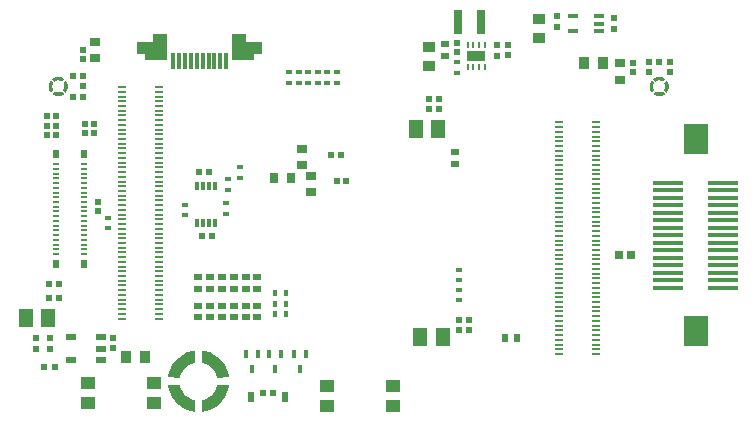
<source format=gbp>
G04*
G04 #@! TF.GenerationSoftware,Altium Limited,Altium Designer,23.8.1 (32)*
G04*
G04 Layer_Color=128*
%FSLAX44Y44*%
%MOMM*%
G71*
G04*
G04 #@! TF.SameCoordinates,734B7F2F-E986-4DD8-8F6E-206143954E38*
G04*
G04*
G04 #@! TF.FilePolarity,Positive*
G04*
G01*
G75*
%ADD18R,0.5500X0.4500*%
%ADD20R,0.5200X0.5200*%
%ADD21R,0.5200X0.5200*%
%ADD29R,0.4500X0.5500*%
%ADD32R,0.8000X2.0000*%
%ADD33R,0.2800X0.5000*%
%ADD34R,1.6000X0.9000*%
%ADD35R,0.9000X0.7000*%
%ADD36R,0.9000X1.0000*%
%ADD37R,0.7000X0.9000*%
%ADD38R,1.3000X1.5000*%
%ADD43R,1.2000X1.0000*%
%ADD49R,1.0000X0.9000*%
%ADD52R,0.6500X0.5500*%
%ADD135R,0.6000X0.5500*%
%ADD136R,0.6000X0.9000*%
%ADD139R,0.6000X0.5220*%
%ADD144R,0.5220X0.6000*%
%ADD145R,0.6200X0.6200*%
G04:AMPARAMS|DCode=146|XSize=0.55mm|YSize=0.5mm|CornerRadius=0.0625mm|HoleSize=0mm|Usage=FLASHONLY|Rotation=270.000|XOffset=0mm|YOffset=0mm|HoleType=Round|Shape=RoundedRectangle|*
%AMROUNDEDRECTD146*
21,1,0.5500,0.3750,0,0,270.0*
21,1,0.4250,0.5000,0,0,270.0*
1,1,0.1250,-0.1875,-0.2125*
1,1,0.1250,-0.1875,0.2125*
1,1,0.1250,0.1875,0.2125*
1,1,0.1250,0.1875,-0.2125*
%
%ADD146ROUNDEDRECTD146*%
G04:AMPARAMS|DCode=147|XSize=0.55mm|YSize=0.8mm|CornerRadius=0.0495mm|HoleSize=0mm|Usage=FLASHONLY|Rotation=90.000|XOffset=0mm|YOffset=0mm|HoleType=Round|Shape=RoundedRectangle|*
%AMROUNDEDRECTD147*
21,1,0.5500,0.7010,0,0,90.0*
21,1,0.4510,0.8000,0,0,90.0*
1,1,0.0990,0.3505,0.2255*
1,1,0.0990,0.3505,-0.2255*
1,1,0.0990,-0.3505,-0.2255*
1,1,0.0990,-0.3505,0.2255*
%
%ADD147ROUNDEDRECTD147*%
%ADD148R,0.3000X0.7100*%
%ADD149R,0.3000X0.8000*%
%ADD150R,0.7000X0.1800*%
%ADD151R,0.3050X1.4050*%
%ADD152R,1.0000X1.0000*%
%ADD153R,0.5500X0.2200*%
%ADD154R,0.5500X0.7500*%
%ADD155R,2.0000X2.5000*%
%ADD156R,2.5000X0.3500*%
%ADD158R,0.5500X0.6500*%
%ADD162R,0.6500X0.6500*%
%ADD163R,0.6200X0.6200*%
%ADD165R,1.2500X2.3000*%
%ADD166R,2.6500X1.1000*%
%ADD167R,1.9500X1.6000*%
%ADD192R,0.8500X0.3500*%
G36*
X30375Y279117D02*
X30749Y279090D01*
X31121Y279047D01*
X31491Y278986D01*
X31858Y278908D01*
X32221Y278813D01*
X32579Y278701D01*
X32931Y278573D01*
X33277Y278429D01*
X33616Y278268D01*
X33948Y278092D01*
X34270Y277901D01*
X34583Y277695D01*
X34887Y277474D01*
X35180Y277240D01*
X33058Y275119D01*
X32843Y275270D01*
X32658Y275387D01*
X32469Y275496D01*
X32275Y275597D01*
X32078Y275689D01*
X31876Y275773D01*
X31671Y275848D01*
X31463Y275915D01*
X31253Y275972D01*
X31040Y276021D01*
X30825Y276061D01*
X30609Y276091D01*
X30391Y276112D01*
X30173Y276124D01*
X29955Y276127D01*
X29737Y276121D01*
X29519Y276105D01*
X29302Y276080D01*
X29087Y276045D01*
X28873Y276002D01*
X28661Y275950D01*
X28451Y275889D01*
X28244Y275818D01*
X28041Y275739D01*
X27841Y275652D01*
X27645Y275556D01*
X27453Y275452D01*
X27265Y275340D01*
X27083Y275220D01*
X26942Y275119D01*
X24820Y277240D01*
X25113Y277474D01*
X25417Y277695D01*
X25730Y277901D01*
X26053Y278092D01*
X26384Y278268D01*
X26723Y278429D01*
X27069Y278573D01*
X27421Y278701D01*
X27779Y278813D01*
X28142Y278908D01*
X28509Y278986D01*
X28879Y279047D01*
X29251Y279090D01*
X29625Y279117D01*
X30000Y279125D01*
X30375Y279117D01*
D02*
G37*
G36*
X35180Y264760D02*
X34887Y264526D01*
X34583Y264305D01*
X34270Y264099D01*
X33948Y263908D01*
X33616Y263732D01*
X33277Y263571D01*
X32931Y263427D01*
X32579Y263298D01*
X32221Y263187D01*
X31858Y263092D01*
X31491Y263014D01*
X31121Y262953D01*
X30749Y262910D01*
X30375Y262883D01*
X30000Y262875D01*
X29625Y262883D01*
X29251Y262910D01*
X28879Y262953D01*
X28509Y263014D01*
X28142Y263092D01*
X27779Y263187D01*
X27421Y263298D01*
X27069Y263427D01*
X26723Y263571D01*
X26384Y263732D01*
X26053Y263908D01*
X25730Y264099D01*
X25417Y264305D01*
X25113Y264526D01*
X24820Y264760D01*
X26942Y266881D01*
X27155Y266732D01*
X27337Y266616D01*
X27523Y266509D01*
X27714Y266409D01*
X27909Y266317D01*
X28107Y266234D01*
X28309Y266159D01*
X28514Y266092D01*
X28721Y266034D01*
X28931Y265985D01*
X29143Y265945D01*
X29356Y265913D01*
X29570Y265891D01*
X29785Y265877D01*
X30000Y265873D01*
X30215Y265877D01*
X30430Y265891D01*
X30644Y265913D01*
X30858Y265945D01*
X31069Y265985D01*
X31279Y266034D01*
X31486Y266092D01*
X31691Y266159D01*
X31893Y266234D01*
X32091Y266317D01*
X32286Y266409D01*
X32477Y266509D01*
X32663Y266616D01*
X32845Y266732D01*
X33058Y266881D01*
X35180Y264760D01*
D02*
G37*
G36*
X36474Y275887D02*
X36695Y275583D01*
X36901Y275270D01*
X37092Y274947D01*
X37268Y274616D01*
X37429Y274277D01*
X37573Y273931D01*
X37701Y273579D01*
X37813Y273221D01*
X37908Y272858D01*
X37986Y272491D01*
X38047Y272121D01*
X38091Y271749D01*
X38117Y271375D01*
X38125Y271000D01*
X38117Y270625D01*
X38091Y270251D01*
X38047Y269879D01*
X37986Y269508D01*
X37908Y269142D01*
X37813Y268779D01*
X37701Y268421D01*
X37573Y268069D01*
X37429Y267723D01*
X37268Y267384D01*
X37092Y267052D01*
X36901Y266730D01*
X36695Y266417D01*
X36474Y266113D01*
X36240Y265820D01*
X34119Y267942D01*
X34220Y268083D01*
X34340Y268265D01*
X34452Y268453D01*
X34556Y268645D01*
X34652Y268841D01*
X34739Y269041D01*
X34818Y269244D01*
X34889Y269451D01*
X34950Y269661D01*
X35002Y269873D01*
X35045Y270087D01*
X35080Y270302D01*
X35105Y270519D01*
X35121Y270737D01*
X35127Y270955D01*
X35124Y271173D01*
X35112Y271392D01*
X35091Y271609D01*
X35061Y271825D01*
X35021Y272040D01*
X34972Y272253D01*
X34915Y272463D01*
X34848Y272671D01*
X34773Y272876D01*
X34689Y273078D01*
X34597Y273275D01*
X34496Y273469D01*
X34387Y273658D01*
X34270Y273843D01*
X34119Y274058D01*
X36240Y276180D01*
X36474Y275887D01*
D02*
G37*
G36*
X25881Y274058D02*
X25730Y273843D01*
X25613Y273658D01*
X25504Y273469D01*
X25404Y273275D01*
X25311Y273078D01*
X25227Y272876D01*
X25152Y272671D01*
X25085Y272463D01*
X25028Y272253D01*
X24979Y272040D01*
X24939Y271825D01*
X24909Y271609D01*
X24888Y271392D01*
X24876Y271173D01*
X24873Y270955D01*
X24879Y270737D01*
X24895Y270519D01*
X24920Y270302D01*
X24955Y270087D01*
X24998Y269873D01*
X25050Y269661D01*
X25111Y269451D01*
X25182Y269244D01*
X25261Y269041D01*
X25348Y268841D01*
X25444Y268645D01*
X25548Y268453D01*
X25660Y268265D01*
X25780Y268083D01*
X25881Y267942D01*
X23760Y265820D01*
X23526Y266113D01*
X23305Y266417D01*
X23099Y266730D01*
X22908Y267052D01*
X22732Y267384D01*
X22571Y267723D01*
X22427Y268069D01*
X22299Y268421D01*
X22187Y268779D01*
X22092Y269142D01*
X22014Y269508D01*
X21953Y269879D01*
X21909Y270251D01*
X21883Y270625D01*
X21875Y271000D01*
X21883Y271375D01*
X21909Y271749D01*
X21953Y272121D01*
X22014Y272491D01*
X22092Y272858D01*
X22187Y273221D01*
X22299Y273579D01*
X22427Y273931D01*
X22571Y274277D01*
X22732Y274616D01*
X22908Y274947D01*
X23099Y275270D01*
X23305Y275583D01*
X23526Y275887D01*
X23760Y276180D01*
X25881Y274058D01*
D02*
G37*
G36*
X146102Y37157D02*
X144908Y36899D01*
X142596Y36114D01*
X140431Y34987D01*
X138462Y33544D01*
X136736Y31818D01*
X135293Y29849D01*
X134166Y27684D01*
X133381Y25372D01*
X133123Y24178D01*
X123074Y24569D01*
X123337Y26713D01*
X124564Y30856D01*
X126458Y34739D01*
X128968Y38257D01*
X132023Y41312D01*
X135541Y43822D01*
X139424Y45716D01*
X143567Y46943D01*
X145711Y47206D01*
X145711Y47206D01*
X146102Y37157D01*
D02*
G37*
G36*
X133123Y24178D02*
X133123D01*
D01*
X133123D01*
D02*
G37*
G36*
X133381Y17428D02*
X134166Y15116D01*
X135293Y12951D01*
X136736Y10982D01*
X138462Y9256D01*
X140431Y7813D01*
X142596Y6686D01*
X144908Y5901D01*
X146102Y5643D01*
X146102Y5643D01*
X145711Y-4406D01*
X143567Y-4143D01*
X139424Y-2916D01*
X135541Y-1022D01*
X132023Y1488D01*
X128968Y4543D01*
X126458Y8061D01*
X124564Y11944D01*
X123337Y16087D01*
X123074Y18231D01*
X123074Y18231D01*
X133123Y18622D01*
X133381Y17428D01*
D02*
G37*
G36*
X539175Y279117D02*
X539549Y279090D01*
X539921Y279047D01*
X540291Y278986D01*
X540658Y278908D01*
X541021Y278813D01*
X541379Y278701D01*
X541731Y278573D01*
X542077Y278429D01*
X542416Y278268D01*
X542747Y278092D01*
X543070Y277901D01*
X543383Y277695D01*
X543687Y277474D01*
X543979Y277240D01*
X541858Y275119D01*
X541717Y275220D01*
X541535Y275340D01*
X541347Y275452D01*
X541155Y275556D01*
X540959Y275652D01*
X540759Y275739D01*
X540556Y275818D01*
X540349Y275889D01*
X540139Y275950D01*
X539927Y276002D01*
X539713Y276045D01*
X539498Y276080D01*
X539281Y276105D01*
X539063Y276121D01*
X538845Y276127D01*
X538627Y276124D01*
X538409Y276112D01*
X538191Y276091D01*
X537975Y276061D01*
X537760Y276021D01*
X537547Y275972D01*
X537337Y275915D01*
X537129Y275848D01*
X536924Y275773D01*
X536722Y275689D01*
X536525Y275597D01*
X536331Y275496D01*
X536142Y275387D01*
X535957Y275270D01*
X535742Y275119D01*
X533620Y277240D01*
X533913Y277474D01*
X534217Y277695D01*
X534530Y277901D01*
X534852Y278092D01*
X535184Y278268D01*
X535523Y278429D01*
X535869Y278573D01*
X536221Y278701D01*
X536579Y278813D01*
X536942Y278908D01*
X537309Y278986D01*
X537679Y279047D01*
X538051Y279090D01*
X538425Y279117D01*
X538800Y279125D01*
X539175Y279117D01*
D02*
G37*
G36*
X543979Y264760D02*
X543687Y264526D01*
X543383Y264305D01*
X543070Y264099D01*
X542747Y263908D01*
X542416Y263732D01*
X542077Y263571D01*
X541731Y263427D01*
X541379Y263298D01*
X541021Y263187D01*
X540658Y263092D01*
X540291Y263014D01*
X539921Y262953D01*
X539549Y262910D01*
X539175Y262883D01*
X538800Y262875D01*
X538425Y262883D01*
X538051Y262910D01*
X537679Y262953D01*
X537309Y263014D01*
X536942Y263092D01*
X536579Y263187D01*
X536221Y263298D01*
X535869Y263427D01*
X535523Y263571D01*
X535184Y263732D01*
X534852Y263908D01*
X534530Y264099D01*
X534217Y264305D01*
X533913Y264526D01*
X533620Y264760D01*
X535742Y266881D01*
X535957Y266730D01*
X536142Y266613D01*
X536331Y266504D01*
X536525Y266404D01*
X536722Y266311D01*
X536924Y266227D01*
X537129Y266152D01*
X537337Y266085D01*
X537547Y266028D01*
X537760Y265979D01*
X537975Y265939D01*
X538191Y265909D01*
X538409Y265888D01*
X538627Y265876D01*
X538845Y265873D01*
X539063Y265879D01*
X539281Y265895D01*
X539498Y265920D01*
X539713Y265954D01*
X539927Y265998D01*
X540139Y266050D01*
X540349Y266112D01*
X540556Y266182D01*
X540759Y266261D01*
X540959Y266348D01*
X541155Y266444D01*
X541347Y266548D01*
X541535Y266660D01*
X541717Y266780D01*
X541858Y266881D01*
X543979Y264760D01*
D02*
G37*
G36*
X545275Y275887D02*
X545495Y275583D01*
X545701Y275270D01*
X545892Y274947D01*
X546068Y274616D01*
X546229Y274277D01*
X546373Y273931D01*
X546502Y273579D01*
X546613Y273221D01*
X546708Y272858D01*
X546786Y272491D01*
X546847Y272122D01*
X546890Y271749D01*
X546917Y271375D01*
X546925Y271000D01*
X546917Y270625D01*
X546890Y270251D01*
X546847Y269879D01*
X546786Y269509D01*
X546708Y269142D01*
X546613Y268779D01*
X546502Y268421D01*
X546373Y268069D01*
X546229Y267723D01*
X546068Y267384D01*
X545892Y267052D01*
X545701Y266730D01*
X545495Y266417D01*
X545275Y266113D01*
X545040Y265821D01*
X542919Y267942D01*
X543068Y268155D01*
X543184Y268337D01*
X543291Y268523D01*
X543391Y268714D01*
X543483Y268909D01*
X543566Y269107D01*
X543641Y269309D01*
X543708Y269514D01*
X543766Y269721D01*
X543815Y269931D01*
X543855Y270143D01*
X543887Y270356D01*
X543909Y270570D01*
X543923Y270785D01*
X543927Y271000D01*
X543923Y271215D01*
X543909Y271430D01*
X543887Y271644D01*
X543855Y271857D01*
X543815Y272069D01*
X543766Y272279D01*
X543708Y272486D01*
X543641Y272691D01*
X543566Y272893D01*
X543483Y273091D01*
X543391Y273286D01*
X543291Y273477D01*
X543184Y273663D01*
X543068Y273845D01*
X542919Y274058D01*
X545040Y276180D01*
X545275Y275887D01*
D02*
G37*
G36*
X534681Y274058D02*
X534530Y273843D01*
X534413Y273658D01*
X534304Y273469D01*
X534203Y273275D01*
X534111Y273078D01*
X534027Y272876D01*
X533952Y272671D01*
X533885Y272463D01*
X533828Y272253D01*
X533779Y272040D01*
X533739Y271825D01*
X533709Y271609D01*
X533688Y271392D01*
X533676Y271173D01*
X533673Y270955D01*
X533679Y270737D01*
X533695Y270519D01*
X533720Y270302D01*
X533755Y270087D01*
X533798Y269873D01*
X533850Y269661D01*
X533912Y269451D01*
X533982Y269244D01*
X534061Y269041D01*
X534148Y268841D01*
X534244Y268645D01*
X534348Y268453D01*
X534460Y268265D01*
X534580Y268083D01*
X534681Y267942D01*
X532560Y265821D01*
X532326Y266113D01*
X532105Y266417D01*
X531899Y266730D01*
X531708Y267052D01*
X531532Y267384D01*
X531371Y267723D01*
X531227Y268069D01*
X531099Y268421D01*
X530987Y268779D01*
X530892Y269142D01*
X530814Y269509D01*
X530753Y269879D01*
X530709Y270251D01*
X530683Y270625D01*
X530675Y271000D01*
X530683Y271375D01*
X530709Y271749D01*
X530753Y272122D01*
X530814Y272491D01*
X530892Y272858D01*
X530987Y273221D01*
X531099Y273579D01*
X531227Y273931D01*
X531371Y274277D01*
X531532Y274616D01*
X531708Y274947D01*
X531899Y275270D01*
X532105Y275583D01*
X532326Y275887D01*
X532560Y276180D01*
X534681Y274058D01*
D02*
G37*
G36*
X154193Y46943D02*
X158336Y45716D01*
X162219Y43822D01*
X165737Y41312D01*
X168792Y38257D01*
X171301Y34739D01*
X173196Y30856D01*
X174423Y26713D01*
X174686Y24569D01*
X174686D01*
X174686Y24569D01*
Y24569D01*
X164637Y24178D01*
X164379Y25372D01*
X163594Y27684D01*
X162467Y29849D01*
X161024Y31818D01*
X159298Y33544D01*
X157329Y34987D01*
X155164Y36114D01*
X152852Y36899D01*
X151658Y37157D01*
Y37157D01*
X152049Y47206D01*
X154193Y46943D01*
D02*
G37*
G36*
X174686Y18231D02*
X174423Y16087D01*
X173196Y11944D01*
X171301Y8061D01*
X168792Y4543D01*
X165737Y1488D01*
X162219Y-1022D01*
X158336Y-2916D01*
X154193Y-4143D01*
X152049Y-4406D01*
X152049Y-4406D01*
X151658Y5643D01*
X152852Y5901D01*
X155164Y6686D01*
X157329Y7813D01*
X159298Y9256D01*
X161024Y10982D01*
X162467Y12951D01*
X163594Y15116D01*
X164379Y17428D01*
X164637Y18622D01*
X164637Y18622D01*
X174686Y18231D01*
D02*
G37*
D18*
X369062Y89988D02*
D03*
X369062Y98988D02*
D03*
X369062Y115752D02*
D03*
Y106752D02*
D03*
X265669Y273884D02*
D03*
Y282884D02*
D03*
X257810Y282884D02*
D03*
Y273884D02*
D03*
X249682Y282884D02*
D03*
Y273884D02*
D03*
X241554D02*
D03*
Y282884D02*
D03*
X233426Y273884D02*
D03*
Y282884D02*
D03*
X225552Y282884D02*
D03*
Y273884D02*
D03*
X71882Y159948D02*
D03*
Y150948D02*
D03*
X171958Y172140D02*
D03*
X171958Y163140D02*
D03*
X137000Y161958D02*
D03*
Y170958D02*
D03*
X173990Y192714D02*
D03*
Y183714D02*
D03*
X183598Y202500D02*
D03*
X183598Y193500D02*
D03*
X367851Y282602D02*
D03*
Y291602D02*
D03*
D20*
X76200Y49848D02*
D03*
Y57848D02*
D03*
X64008Y173132D02*
D03*
Y165132D02*
D03*
X367851Y299852D02*
D03*
X367851Y307852D02*
D03*
X411101Y297852D02*
D03*
X411101Y305852D02*
D03*
X369324Y65000D02*
D03*
Y73000D02*
D03*
X378000Y73000D02*
D03*
Y65000D02*
D03*
X50740Y301910D02*
D03*
Y293910D02*
D03*
X517000Y283000D02*
D03*
Y291000D02*
D03*
D21*
X261323Y213337D02*
D03*
X269323D02*
D03*
X266002Y191008D02*
D03*
X274002D02*
D03*
X157600Y198458D02*
D03*
X149600D02*
D03*
X152000Y144000D02*
D03*
X160000D02*
D03*
X20446Y237732D02*
D03*
X28446Y237732D02*
D03*
X343980Y260604D02*
D03*
X351980D02*
D03*
Y251460D02*
D03*
X343980D02*
D03*
X20446Y229602D02*
D03*
X28446Y229602D02*
D03*
X60622Y231314D02*
D03*
X52622D02*
D03*
X28446Y245872D02*
D03*
X20446D02*
D03*
X52622Y239188D02*
D03*
X60622Y239188D02*
D03*
D29*
X213835Y87030D02*
D03*
X222835D02*
D03*
X213835Y78102D02*
D03*
X222835D02*
D03*
X213846Y96478D02*
D03*
X222846Y96478D02*
D03*
D32*
X388102Y325852D02*
D03*
X368102D02*
D03*
D33*
X391538Y287102D02*
D03*
X386538D02*
D03*
X381538D02*
D03*
X376538D02*
D03*
X391538Y306102D02*
D03*
X386538D02*
D03*
X381538Y306102D02*
D03*
X376538D02*
D03*
D34*
X384038Y296602D02*
D03*
D35*
X243840Y195468D02*
D03*
Y181468D02*
D03*
X236227Y204182D02*
D03*
X236227Y218182D02*
D03*
X60706Y294910D02*
D03*
Y308910D02*
D03*
X506000Y290520D02*
D03*
Y276520D02*
D03*
D36*
X87504Y41656D02*
D03*
X103504Y41656D02*
D03*
X475000Y290406D02*
D03*
X491000D02*
D03*
D37*
X226882Y193500D02*
D03*
X212882Y193500D02*
D03*
D38*
X336500Y59000D02*
D03*
X355500D02*
D03*
X351500Y235000D02*
D03*
X332500D02*
D03*
X2438Y74676D02*
D03*
X21438D02*
D03*
D43*
X257496Y17390D02*
D03*
Y390D02*
D03*
X313496Y17390D02*
D03*
Y390D02*
D03*
X54804Y19930D02*
D03*
Y2930D02*
D03*
X110804Y19930D02*
D03*
Y2930D02*
D03*
D49*
X343662Y288182D02*
D03*
Y304182D02*
D03*
X437293Y311836D02*
D03*
Y327836D02*
D03*
D52*
X168562Y109900D02*
D03*
X168562Y99900D02*
D03*
X178562Y99900D02*
D03*
Y109900D02*
D03*
X148562Y75478D02*
D03*
X148562Y85478D02*
D03*
X168562Y75478D02*
D03*
X168562Y85478D02*
D03*
X178562Y75478D02*
D03*
Y85478D02*
D03*
X188562Y99900D02*
D03*
Y109900D02*
D03*
X198562Y99900D02*
D03*
Y109900D02*
D03*
X188562Y75478D02*
D03*
Y85478D02*
D03*
X198562Y75478D02*
D03*
Y85478D02*
D03*
X148562Y99900D02*
D03*
Y109900D02*
D03*
X158562Y75478D02*
D03*
X158562Y85478D02*
D03*
Y109900D02*
D03*
Y99900D02*
D03*
X357312Y306852D02*
D03*
Y296852D02*
D03*
X366268Y215312D02*
D03*
Y205312D02*
D03*
D135*
X203122Y11298D02*
D03*
X212122D02*
D03*
D136*
X193622Y8048D02*
D03*
X221622D02*
D03*
D139*
X529800Y283520D02*
D03*
Y291740D02*
D03*
X547800Y283520D02*
D03*
X538800Y291740D02*
D03*
X547800D02*
D03*
D144*
X42520Y280000D02*
D03*
X50740D02*
D03*
X42520Y262000D02*
D03*
X50740Y271000D02*
D03*
Y262000D02*
D03*
D145*
X10802Y58094D02*
D03*
Y49094D02*
D03*
X22860Y58094D02*
D03*
Y49094D02*
D03*
X401101Y297102D02*
D03*
Y306102D02*
D03*
X500922Y319556D02*
D03*
X500922Y328557D02*
D03*
X451922Y330556D02*
D03*
X451922Y321557D02*
D03*
D146*
X27360Y33020D02*
D03*
X18360D02*
D03*
D147*
X40590Y58522D02*
D03*
Y39522D02*
D03*
X66090D02*
D03*
Y49022D02*
D03*
Y58522D02*
D03*
D148*
X188746Y44318D02*
D03*
X198746D02*
D03*
X193746Y32118D02*
D03*
X229990Y44318D02*
D03*
X239990D02*
D03*
X234990Y32118D02*
D03*
X208746Y44318D02*
D03*
X218746D02*
D03*
X213746Y32118D02*
D03*
D149*
X147500Y186500D02*
D03*
X152500D02*
D03*
X157500D02*
D03*
X162500D02*
D03*
X147500Y155500D02*
D03*
X152500D02*
D03*
X157500D02*
D03*
X162500D02*
D03*
D150*
X115132Y74458D02*
D03*
X84332D02*
D03*
X115132Y78458D02*
D03*
X84332D02*
D03*
X115132Y82458D02*
D03*
X84332D02*
D03*
X115132Y86458D02*
D03*
X84332D02*
D03*
X115132Y90458D02*
D03*
X84332D02*
D03*
X115132Y94458D02*
D03*
X84332D02*
D03*
X115132Y98458D02*
D03*
X84332D02*
D03*
X115132Y102458D02*
D03*
X84332D02*
D03*
X115132Y106458D02*
D03*
X84332D02*
D03*
X115132Y110458D02*
D03*
X84332D02*
D03*
X115132Y114458D02*
D03*
X84332D02*
D03*
X115132Y118458D02*
D03*
X84332D02*
D03*
Y122458D02*
D03*
X115132D02*
D03*
Y126458D02*
D03*
X84332D02*
D03*
X115132Y130458D02*
D03*
X84332D02*
D03*
X115132Y134458D02*
D03*
X84332D02*
D03*
X115132Y138458D02*
D03*
X84332D02*
D03*
Y142458D02*
D03*
X115132D02*
D03*
Y146458D02*
D03*
X84332D02*
D03*
Y150458D02*
D03*
X115132D02*
D03*
X84332Y154458D02*
D03*
X115132D02*
D03*
X84332Y158458D02*
D03*
X115132D02*
D03*
X84332Y162458D02*
D03*
X115132D02*
D03*
X84332Y166458D02*
D03*
X115132D02*
D03*
Y170458D02*
D03*
X84332D02*
D03*
Y174458D02*
D03*
X115132D02*
D03*
X84332Y178458D02*
D03*
X115132D02*
D03*
X84332Y182458D02*
D03*
X115132D02*
D03*
X84332Y186458D02*
D03*
X115132D02*
D03*
Y190458D02*
D03*
X84332D02*
D03*
Y194458D02*
D03*
X115132D02*
D03*
Y198458D02*
D03*
X84332D02*
D03*
X115132Y202458D02*
D03*
X84332D02*
D03*
X115132Y206458D02*
D03*
X84332D02*
D03*
Y210458D02*
D03*
X115132D02*
D03*
Y214458D02*
D03*
X84332D02*
D03*
X115132Y218458D02*
D03*
X84332D02*
D03*
Y222458D02*
D03*
X115132D02*
D03*
Y226458D02*
D03*
X84332D02*
D03*
X115132Y230458D02*
D03*
X84332D02*
D03*
Y234458D02*
D03*
X115132D02*
D03*
Y238458D02*
D03*
X84332D02*
D03*
X115132Y242458D02*
D03*
X84332D02*
D03*
X115132Y246458D02*
D03*
X84332D02*
D03*
X115132Y250458D02*
D03*
X84332D02*
D03*
X115132Y254458D02*
D03*
X84332D02*
D03*
X115132Y258458D02*
D03*
X84332D02*
D03*
Y262458D02*
D03*
X115132D02*
D03*
Y266458D02*
D03*
X84332D02*
D03*
X115132Y270458D02*
D03*
X84332D02*
D03*
X454281Y240475D02*
D03*
X485081Y240475D02*
D03*
X454281Y236475D02*
D03*
X485081Y236475D02*
D03*
Y232475D02*
D03*
X454281Y232475D02*
D03*
Y228475D02*
D03*
X485081D02*
D03*
X454281Y224475D02*
D03*
X485081Y224475D02*
D03*
X454281Y220475D02*
D03*
X485081Y220475D02*
D03*
X454281Y216475D02*
D03*
X485081D02*
D03*
X454281Y212475D02*
D03*
X485081Y212475D02*
D03*
X454281Y208475D02*
D03*
X485081Y208475D02*
D03*
Y204475D02*
D03*
X454281D02*
D03*
Y200475D02*
D03*
X485081Y200475D02*
D03*
X454281Y196475D02*
D03*
X485081Y196475D02*
D03*
Y192475D02*
D03*
X454281Y192475D02*
D03*
Y188475D02*
D03*
X485081Y188475D02*
D03*
X454281Y184475D02*
D03*
X485081Y184475D02*
D03*
Y180475D02*
D03*
X454281Y180475D02*
D03*
X454281Y176475D02*
D03*
X485081Y176475D02*
D03*
X454281Y172475D02*
D03*
X485081D02*
D03*
X454281Y168475D02*
D03*
X485081D02*
D03*
Y164475D02*
D03*
X454281D02*
D03*
Y160475D02*
D03*
X485081D02*
D03*
X485081Y156475D02*
D03*
X454281Y156475D02*
D03*
X485081Y152475D02*
D03*
X454281D02*
D03*
X485081Y148475D02*
D03*
X454281Y148475D02*
D03*
X485081Y144475D02*
D03*
X454281Y144475D02*
D03*
Y140475D02*
D03*
X485081Y140475D02*
D03*
X485081Y136475D02*
D03*
X454281D02*
D03*
X485081Y132475D02*
D03*
X454281D02*
D03*
X485081Y128475D02*
D03*
X454281Y128475D02*
D03*
X485081Y124475D02*
D03*
X454281D02*
D03*
X485081Y120475D02*
D03*
X454281Y120475D02*
D03*
X454281Y116475D02*
D03*
X485081D02*
D03*
Y112475D02*
D03*
X454281D02*
D03*
Y108475D02*
D03*
X485081D02*
D03*
X454281Y104475D02*
D03*
X485081Y104475D02*
D03*
X454281Y100475D02*
D03*
X485081Y100475D02*
D03*
X454281Y96475D02*
D03*
X485081Y96475D02*
D03*
Y92475D02*
D03*
X454281Y92475D02*
D03*
Y88475D02*
D03*
X485081Y88475D02*
D03*
X454281Y84475D02*
D03*
X485081Y84475D02*
D03*
X454281Y80475D02*
D03*
X485081D02*
D03*
X454281Y76475D02*
D03*
X485081D02*
D03*
X454281Y72475D02*
D03*
X485081D02*
D03*
X454281Y68475D02*
D03*
X485081D02*
D03*
X454281Y64475D02*
D03*
X485081D02*
D03*
X454281Y60475D02*
D03*
X485081Y60475D02*
D03*
X454281Y56475D02*
D03*
X485081D02*
D03*
X454281Y52475D02*
D03*
X485081Y52475D02*
D03*
X454281Y48475D02*
D03*
X485081Y48475D02*
D03*
X454281Y44475D02*
D03*
X485081Y44475D02*
D03*
D151*
X127254Y292100D02*
D03*
D03*
X132254D02*
D03*
X137254D02*
D03*
X142254D02*
D03*
X147254D02*
D03*
X152254D02*
D03*
X157254D02*
D03*
X162254D02*
D03*
X167254D02*
D03*
X172254D02*
D03*
D152*
X112764Y301910D02*
D03*
X186914Y301990D02*
D03*
D153*
X27880Y129132D02*
D03*
Y133132D02*
D03*
Y137132D02*
D03*
Y141132D02*
D03*
Y145132D02*
D03*
Y149132D02*
D03*
Y153132D02*
D03*
Y157132D02*
D03*
Y161132D02*
D03*
Y165132D02*
D03*
Y205132D02*
D03*
Y201132D02*
D03*
Y197132D02*
D03*
Y193132D02*
D03*
Y189132D02*
D03*
Y185132D02*
D03*
Y181132D02*
D03*
Y177132D02*
D03*
Y173132D02*
D03*
Y169132D02*
D03*
X51880Y205132D02*
D03*
Y201132D02*
D03*
Y197132D02*
D03*
Y193132D02*
D03*
Y189132D02*
D03*
Y185132D02*
D03*
Y181132D02*
D03*
Y177132D02*
D03*
Y173132D02*
D03*
Y169132D02*
D03*
Y129132D02*
D03*
Y133132D02*
D03*
Y137132D02*
D03*
Y141132D02*
D03*
Y145132D02*
D03*
Y149132D02*
D03*
Y153132D02*
D03*
Y157132D02*
D03*
Y161132D02*
D03*
Y165132D02*
D03*
D154*
X27940Y120904D02*
D03*
X27942Y213360D02*
D03*
X51818D02*
D03*
X51820Y120904D02*
D03*
D155*
X569590Y226534D02*
D03*
Y63534D02*
D03*
D156*
X593090Y189484D02*
D03*
Y183134D02*
D03*
Y176784D02*
D03*
Y170434D02*
D03*
Y164084D02*
D03*
Y157734D02*
D03*
Y151384D02*
D03*
Y145034D02*
D03*
Y138684D02*
D03*
Y132334D02*
D03*
Y125984D02*
D03*
Y119634D02*
D03*
Y113284D02*
D03*
Y106934D02*
D03*
Y100584D02*
D03*
X546090Y189484D02*
D03*
Y183134D02*
D03*
Y176784D02*
D03*
Y170434D02*
D03*
Y164084D02*
D03*
Y157734D02*
D03*
Y151384D02*
D03*
Y145034D02*
D03*
Y138684D02*
D03*
Y132334D02*
D03*
Y125984D02*
D03*
Y119634D02*
D03*
Y113284D02*
D03*
Y106934D02*
D03*
Y100584D02*
D03*
D158*
X418258Y57912D02*
D03*
X408258D02*
D03*
D162*
X504524Y128016D02*
D03*
X514524D02*
D03*
D163*
X21916Y91440D02*
D03*
X30916D02*
D03*
X30924Y103923D02*
D03*
X21924D02*
D03*
D165*
X116526Y304599D02*
D03*
X183005Y304610D02*
D03*
D166*
X109504Y303600D02*
D03*
X190004Y303600D02*
D03*
D167*
X113004Y301100D02*
D03*
X186504Y301100D02*
D03*
D192*
X465673Y317557D02*
D03*
X487673D02*
D03*
X465673Y330557D02*
D03*
X487673Y330557D02*
D03*
Y324057D02*
D03*
M02*

</source>
